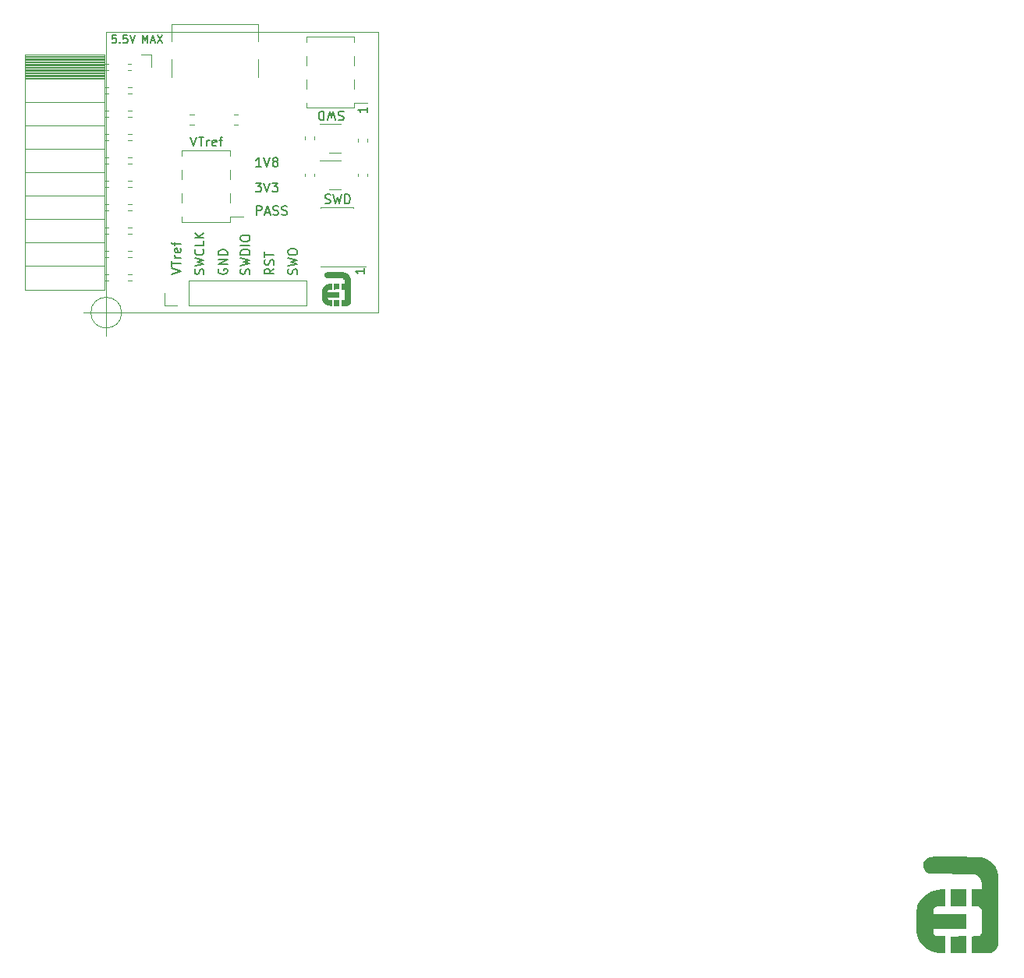
<source format=gbr>
G04 #@! TF.GenerationSoftware,KiCad,Pcbnew,(6.99.0-1917-g23fb4c7433)*
G04 #@! TF.CreationDate,2022-06-21T14:10:18+10:00*
G04 #@! TF.ProjectId,JtagArm20Adapter,4a746167-4172-46d3-9230-416461707465,rev?*
G04 #@! TF.SameCoordinates,PX8404630PY68290a0*
G04 #@! TF.FileFunction,Legend,Top*
G04 #@! TF.FilePolarity,Positive*
%FSLAX46Y46*%
G04 Gerber Fmt 4.6, Leading zero omitted, Abs format (unit mm)*
G04 Created by KiCad (PCBNEW (6.99.0-1917-g23fb4c7433)) date 2022-06-21 14:10:18*
%MOMM*%
%LPD*%
G01*
G04 APERTURE LIST*
%ADD10C,0.160000*%
%ADD11C,0.150000*%
%ADD12C,0.300000*%
%ADD13C,0.120000*%
G04 #@! TA.AperFunction,Profile*
%ADD14C,0.050000*%
G04 #@! TD*
G04 APERTURE END LIST*
D10*
X9165238Y19102620D02*
X9498571Y18102620D01*
X9498571Y18102620D02*
X9831904Y19102620D01*
X10022381Y19102620D02*
X10593809Y19102620D01*
X10308095Y18102620D02*
X10308095Y19102620D01*
X10927143Y18102620D02*
X10927143Y18769286D01*
X10927143Y18578810D02*
X10974762Y18674048D01*
X10974762Y18674048D02*
X11022381Y18721667D01*
X11022381Y18721667D02*
X11117619Y18769286D01*
X11117619Y18769286D02*
X11212857Y18769286D01*
X11927143Y18150239D02*
X11831905Y18102620D01*
X11831905Y18102620D02*
X11641429Y18102620D01*
X11641429Y18102620D02*
X11546191Y18150239D01*
X11546191Y18150239D02*
X11498572Y18245477D01*
X11498572Y18245477D02*
X11498572Y18626429D01*
X11498572Y18626429D02*
X11546191Y18721667D01*
X11546191Y18721667D02*
X11641429Y18769286D01*
X11641429Y18769286D02*
X11831905Y18769286D01*
X11831905Y18769286D02*
X11927143Y18721667D01*
X11927143Y18721667D02*
X11974762Y18626429D01*
X11974762Y18626429D02*
X11974762Y18531191D01*
X11974762Y18531191D02*
X11498572Y18435953D01*
X12260477Y18769286D02*
X12641429Y18769286D01*
X12403334Y18102620D02*
X12403334Y18959762D01*
X12403334Y18959762D02*
X12450953Y19055000D01*
X12450953Y19055000D02*
X12546191Y19102620D01*
X12546191Y19102620D02*
X12641429Y19102620D01*
X1077142Y30157726D02*
X672380Y30157726D01*
X672380Y30157726D02*
X631904Y29752964D01*
X631904Y29752964D02*
X672380Y29793440D01*
X672380Y29793440D02*
X753333Y29833916D01*
X753333Y29833916D02*
X955714Y29833916D01*
X955714Y29833916D02*
X1036666Y29793440D01*
X1036666Y29793440D02*
X1077142Y29752964D01*
X1077142Y29752964D02*
X1117619Y29672011D01*
X1117619Y29672011D02*
X1117619Y29469630D01*
X1117619Y29469630D02*
X1077142Y29388678D01*
X1077142Y29388678D02*
X1036666Y29348202D01*
X1036666Y29348202D02*
X955714Y29307726D01*
X955714Y29307726D02*
X753333Y29307726D01*
X753333Y29307726D02*
X672380Y29348202D01*
X672380Y29348202D02*
X631904Y29388678D01*
X1481904Y29388678D02*
X1522381Y29348202D01*
X1522381Y29348202D02*
X1481904Y29307726D01*
X1481904Y29307726D02*
X1441428Y29348202D01*
X1441428Y29348202D02*
X1481904Y29388678D01*
X1481904Y29388678D02*
X1481904Y29307726D01*
X2291428Y30157726D02*
X1886666Y30157726D01*
X1886666Y30157726D02*
X1846190Y29752964D01*
X1846190Y29752964D02*
X1886666Y29793440D01*
X1886666Y29793440D02*
X1967619Y29833916D01*
X1967619Y29833916D02*
X2170000Y29833916D01*
X2170000Y29833916D02*
X2250952Y29793440D01*
X2250952Y29793440D02*
X2291428Y29752964D01*
X2291428Y29752964D02*
X2331905Y29672011D01*
X2331905Y29672011D02*
X2331905Y29469630D01*
X2331905Y29469630D02*
X2291428Y29388678D01*
X2291428Y29388678D02*
X2250952Y29348202D01*
X2250952Y29348202D02*
X2170000Y29307726D01*
X2170000Y29307726D02*
X1967619Y29307726D01*
X1967619Y29307726D02*
X1886666Y29348202D01*
X1886666Y29348202D02*
X1846190Y29388678D01*
X2574762Y30157726D02*
X2858095Y29307726D01*
X2858095Y29307726D02*
X3141429Y30157726D01*
X3934761Y29307726D02*
X3934761Y30157726D01*
X3934761Y30157726D02*
X4218095Y29550583D01*
X4218095Y29550583D02*
X4501428Y30157726D01*
X4501428Y30157726D02*
X4501428Y29307726D01*
X4865714Y29550583D02*
X5270476Y29550583D01*
X4784762Y29307726D02*
X5068095Y30157726D01*
X5068095Y30157726D02*
X5351429Y29307726D01*
X5553809Y30157726D02*
X6120476Y29307726D01*
X6120476Y30157726D02*
X5553809Y29307726D01*
D11*
X28337380Y22305715D02*
X28337380Y21734287D01*
X28337380Y22020001D02*
X27337380Y22020001D01*
X27337380Y22020001D02*
X27480238Y21924763D01*
X27480238Y21924763D02*
X27575476Y21829525D01*
X27575476Y21829525D02*
X27623095Y21734287D01*
D10*
X23760476Y11900239D02*
X23903333Y11852620D01*
X23903333Y11852620D02*
X24141428Y11852620D01*
X24141428Y11852620D02*
X24236666Y11900239D01*
X24236666Y11900239D02*
X24284285Y11947858D01*
X24284285Y11947858D02*
X24331904Y12043096D01*
X24331904Y12043096D02*
X24331904Y12138334D01*
X24331904Y12138334D02*
X24284285Y12233572D01*
X24284285Y12233572D02*
X24236666Y12281191D01*
X24236666Y12281191D02*
X24141428Y12328810D01*
X24141428Y12328810D02*
X23950952Y12376429D01*
X23950952Y12376429D02*
X23855714Y12424048D01*
X23855714Y12424048D02*
X23808095Y12471667D01*
X23808095Y12471667D02*
X23760476Y12566905D01*
X23760476Y12566905D02*
X23760476Y12662143D01*
X23760476Y12662143D02*
X23808095Y12757381D01*
X23808095Y12757381D02*
X23855714Y12805000D01*
X23855714Y12805000D02*
X23950952Y12852620D01*
X23950952Y12852620D02*
X24189047Y12852620D01*
X24189047Y12852620D02*
X24331904Y12805000D01*
X24665238Y12852620D02*
X24903333Y11852620D01*
X24903333Y11852620D02*
X25093809Y12566905D01*
X25093809Y12566905D02*
X25284285Y11852620D01*
X25284285Y11852620D02*
X25522381Y12852620D01*
X25903333Y11852620D02*
X25903333Y12852620D01*
X25903333Y12852620D02*
X26141428Y12852620D01*
X26141428Y12852620D02*
X26284285Y12805000D01*
X26284285Y12805000D02*
X26379523Y12709762D01*
X26379523Y12709762D02*
X26427142Y12614524D01*
X26427142Y12614524D02*
X26474761Y12424048D01*
X26474761Y12424048D02*
X26474761Y12281191D01*
X26474761Y12281191D02*
X26427142Y12090715D01*
X26427142Y12090715D02*
X26379523Y11995477D01*
X26379523Y11995477D02*
X26284285Y11900239D01*
X26284285Y11900239D02*
X26141428Y11852620D01*
X26141428Y11852620D02*
X25903333Y11852620D01*
X16831904Y15852620D02*
X16260476Y15852620D01*
X16546190Y15852620D02*
X16546190Y16852620D01*
X16546190Y16852620D02*
X16450952Y16709762D01*
X16450952Y16709762D02*
X16355714Y16614524D01*
X16355714Y16614524D02*
X16260476Y16566905D01*
X17117619Y16852620D02*
X17450952Y15852620D01*
X17450952Y15852620D02*
X17784285Y16852620D01*
X18260476Y16424048D02*
X18165238Y16471667D01*
X18165238Y16471667D02*
X18117619Y16519286D01*
X18117619Y16519286D02*
X18070000Y16614524D01*
X18070000Y16614524D02*
X18070000Y16662143D01*
X18070000Y16662143D02*
X18117619Y16757381D01*
X18117619Y16757381D02*
X18165238Y16805000D01*
X18165238Y16805000D02*
X18260476Y16852620D01*
X18260476Y16852620D02*
X18450952Y16852620D01*
X18450952Y16852620D02*
X18546190Y16805000D01*
X18546190Y16805000D02*
X18593809Y16757381D01*
X18593809Y16757381D02*
X18641428Y16662143D01*
X18641428Y16662143D02*
X18641428Y16614524D01*
X18641428Y16614524D02*
X18593809Y16519286D01*
X18593809Y16519286D02*
X18546190Y16471667D01*
X18546190Y16471667D02*
X18450952Y16424048D01*
X18450952Y16424048D02*
X18260476Y16424048D01*
X18260476Y16424048D02*
X18165238Y16376429D01*
X18165238Y16376429D02*
X18117619Y16328810D01*
X18117619Y16328810D02*
X18070000Y16233572D01*
X18070000Y16233572D02*
X18070000Y16043096D01*
X18070000Y16043096D02*
X18117619Y15947858D01*
X18117619Y15947858D02*
X18165238Y15900239D01*
X18165238Y15900239D02*
X18260476Y15852620D01*
X18260476Y15852620D02*
X18450952Y15852620D01*
X18450952Y15852620D02*
X18546190Y15900239D01*
X18546190Y15900239D02*
X18593809Y15947858D01*
X18593809Y15947858D02*
X18641428Y16043096D01*
X18641428Y16043096D02*
X18641428Y16233572D01*
X18641428Y16233572D02*
X18593809Y16328810D01*
X18593809Y16328810D02*
X18546190Y16376429D01*
X18546190Y16376429D02*
X18450952Y16424048D01*
X15539761Y4180477D02*
X15587380Y4323334D01*
X15587380Y4323334D02*
X15587380Y4561429D01*
X15587380Y4561429D02*
X15539761Y4656667D01*
X15539761Y4656667D02*
X15492142Y4704286D01*
X15492142Y4704286D02*
X15396904Y4751905D01*
X15396904Y4751905D02*
X15301666Y4751905D01*
X15301666Y4751905D02*
X15206428Y4704286D01*
X15206428Y4704286D02*
X15158809Y4656667D01*
X15158809Y4656667D02*
X15111190Y4561429D01*
X15111190Y4561429D02*
X15063571Y4370953D01*
X15063571Y4370953D02*
X15015952Y4275715D01*
X15015952Y4275715D02*
X14968333Y4228096D01*
X14968333Y4228096D02*
X14873095Y4180477D01*
X14873095Y4180477D02*
X14777857Y4180477D01*
X14777857Y4180477D02*
X14682619Y4228096D01*
X14682619Y4228096D02*
X14635000Y4275715D01*
X14635000Y4275715D02*
X14587380Y4370953D01*
X14587380Y4370953D02*
X14587380Y4609048D01*
X14587380Y4609048D02*
X14635000Y4751905D01*
X14587380Y5085239D02*
X15587380Y5323334D01*
X15587380Y5323334D02*
X14873095Y5513810D01*
X14873095Y5513810D02*
X15587380Y5704286D01*
X15587380Y5704286D02*
X14587380Y5942381D01*
X15587380Y6323334D02*
X14587380Y6323334D01*
X14587380Y6323334D02*
X14587380Y6561429D01*
X14587380Y6561429D02*
X14635000Y6704286D01*
X14635000Y6704286D02*
X14730238Y6799524D01*
X14730238Y6799524D02*
X14825476Y6847143D01*
X14825476Y6847143D02*
X15015952Y6894762D01*
X15015952Y6894762D02*
X15158809Y6894762D01*
X15158809Y6894762D02*
X15349285Y6847143D01*
X15349285Y6847143D02*
X15444523Y6799524D01*
X15444523Y6799524D02*
X15539761Y6704286D01*
X15539761Y6704286D02*
X15587380Y6561429D01*
X15587380Y6561429D02*
X15587380Y6323334D01*
X15587380Y7323334D02*
X14587380Y7323334D01*
X14587380Y7990000D02*
X14587380Y8180476D01*
X14587380Y8180476D02*
X14635000Y8275714D01*
X14635000Y8275714D02*
X14730238Y8370952D01*
X14730238Y8370952D02*
X14920714Y8418571D01*
X14920714Y8418571D02*
X15254047Y8418571D01*
X15254047Y8418571D02*
X15444523Y8370952D01*
X15444523Y8370952D02*
X15539761Y8275714D01*
X15539761Y8275714D02*
X15587380Y8180476D01*
X15587380Y8180476D02*
X15587380Y7990000D01*
X15587380Y7990000D02*
X15539761Y7894762D01*
X15539761Y7894762D02*
X15444523Y7799524D01*
X15444523Y7799524D02*
X15254047Y7751905D01*
X15254047Y7751905D02*
X14920714Y7751905D01*
X14920714Y7751905D02*
X14730238Y7799524D01*
X14730238Y7799524D02*
X14635000Y7894762D01*
X14635000Y7894762D02*
X14587380Y7990000D01*
X10549761Y4160477D02*
X10597380Y4303334D01*
X10597380Y4303334D02*
X10597380Y4541429D01*
X10597380Y4541429D02*
X10549761Y4636667D01*
X10549761Y4636667D02*
X10502142Y4684286D01*
X10502142Y4684286D02*
X10406904Y4731905D01*
X10406904Y4731905D02*
X10311666Y4731905D01*
X10311666Y4731905D02*
X10216428Y4684286D01*
X10216428Y4684286D02*
X10168809Y4636667D01*
X10168809Y4636667D02*
X10121190Y4541429D01*
X10121190Y4541429D02*
X10073571Y4350953D01*
X10073571Y4350953D02*
X10025952Y4255715D01*
X10025952Y4255715D02*
X9978333Y4208096D01*
X9978333Y4208096D02*
X9883095Y4160477D01*
X9883095Y4160477D02*
X9787857Y4160477D01*
X9787857Y4160477D02*
X9692619Y4208096D01*
X9692619Y4208096D02*
X9645000Y4255715D01*
X9645000Y4255715D02*
X9597380Y4350953D01*
X9597380Y4350953D02*
X9597380Y4589048D01*
X9597380Y4589048D02*
X9645000Y4731905D01*
X9597380Y5065239D02*
X10597380Y5303334D01*
X10597380Y5303334D02*
X9883095Y5493810D01*
X9883095Y5493810D02*
X10597380Y5684286D01*
X10597380Y5684286D02*
X9597380Y5922381D01*
X10502142Y6874762D02*
X10549761Y6827143D01*
X10549761Y6827143D02*
X10597380Y6684286D01*
X10597380Y6684286D02*
X10597380Y6589048D01*
X10597380Y6589048D02*
X10549761Y6446191D01*
X10549761Y6446191D02*
X10454523Y6350953D01*
X10454523Y6350953D02*
X10359285Y6303334D01*
X10359285Y6303334D02*
X10168809Y6255715D01*
X10168809Y6255715D02*
X10025952Y6255715D01*
X10025952Y6255715D02*
X9835476Y6303334D01*
X9835476Y6303334D02*
X9740238Y6350953D01*
X9740238Y6350953D02*
X9645000Y6446191D01*
X9645000Y6446191D02*
X9597380Y6589048D01*
X9597380Y6589048D02*
X9597380Y6684286D01*
X9597380Y6684286D02*
X9645000Y6827143D01*
X9645000Y6827143D02*
X9692619Y6874762D01*
X10597380Y7779524D02*
X10597380Y7303334D01*
X10597380Y7303334D02*
X9597380Y7303334D01*
X10597380Y8112858D02*
X9597380Y8112858D01*
X10597380Y8684286D02*
X10025952Y8255715D01*
X9597380Y8684286D02*
X10168809Y8112858D01*
X16308095Y10602620D02*
X16308095Y11602620D01*
X16308095Y11602620D02*
X16689047Y11602620D01*
X16689047Y11602620D02*
X16784285Y11555000D01*
X16784285Y11555000D02*
X16831904Y11507381D01*
X16831904Y11507381D02*
X16879523Y11412143D01*
X16879523Y11412143D02*
X16879523Y11269286D01*
X16879523Y11269286D02*
X16831904Y11174048D01*
X16831904Y11174048D02*
X16784285Y11126429D01*
X16784285Y11126429D02*
X16689047Y11078810D01*
X16689047Y11078810D02*
X16308095Y11078810D01*
X17260476Y10888334D02*
X17736666Y10888334D01*
X17165238Y10602620D02*
X17498571Y11602620D01*
X17498571Y11602620D02*
X17831904Y10602620D01*
X18117619Y10650239D02*
X18260476Y10602620D01*
X18260476Y10602620D02*
X18498571Y10602620D01*
X18498571Y10602620D02*
X18593809Y10650239D01*
X18593809Y10650239D02*
X18641428Y10697858D01*
X18641428Y10697858D02*
X18689047Y10793096D01*
X18689047Y10793096D02*
X18689047Y10888334D01*
X18689047Y10888334D02*
X18641428Y10983572D01*
X18641428Y10983572D02*
X18593809Y11031191D01*
X18593809Y11031191D02*
X18498571Y11078810D01*
X18498571Y11078810D02*
X18308095Y11126429D01*
X18308095Y11126429D02*
X18212857Y11174048D01*
X18212857Y11174048D02*
X18165238Y11221667D01*
X18165238Y11221667D02*
X18117619Y11316905D01*
X18117619Y11316905D02*
X18117619Y11412143D01*
X18117619Y11412143D02*
X18165238Y11507381D01*
X18165238Y11507381D02*
X18212857Y11555000D01*
X18212857Y11555000D02*
X18308095Y11602620D01*
X18308095Y11602620D02*
X18546190Y11602620D01*
X18546190Y11602620D02*
X18689047Y11555000D01*
X19070000Y10650239D02*
X19212857Y10602620D01*
X19212857Y10602620D02*
X19450952Y10602620D01*
X19450952Y10602620D02*
X19546190Y10650239D01*
X19546190Y10650239D02*
X19593809Y10697858D01*
X19593809Y10697858D02*
X19641428Y10793096D01*
X19641428Y10793096D02*
X19641428Y10888334D01*
X19641428Y10888334D02*
X19593809Y10983572D01*
X19593809Y10983572D02*
X19546190Y11031191D01*
X19546190Y11031191D02*
X19450952Y11078810D01*
X19450952Y11078810D02*
X19260476Y11126429D01*
X19260476Y11126429D02*
X19165238Y11174048D01*
X19165238Y11174048D02*
X19117619Y11221667D01*
X19117619Y11221667D02*
X19070000Y11316905D01*
X19070000Y11316905D02*
X19070000Y11412143D01*
X19070000Y11412143D02*
X19117619Y11507381D01*
X19117619Y11507381D02*
X19165238Y11555000D01*
X19165238Y11555000D02*
X19260476Y11602620D01*
X19260476Y11602620D02*
X19498571Y11602620D01*
X19498571Y11602620D02*
X19641428Y11555000D01*
X25779523Y21839762D02*
X25636666Y21887381D01*
X25636666Y21887381D02*
X25398571Y21887381D01*
X25398571Y21887381D02*
X25303333Y21839762D01*
X25303333Y21839762D02*
X25255714Y21792143D01*
X25255714Y21792143D02*
X25208095Y21696905D01*
X25208095Y21696905D02*
X25208095Y21601667D01*
X25208095Y21601667D02*
X25255714Y21506429D01*
X25255714Y21506429D02*
X25303333Y21458810D01*
X25303333Y21458810D02*
X25398571Y21411191D01*
X25398571Y21411191D02*
X25589047Y21363572D01*
X25589047Y21363572D02*
X25684285Y21315953D01*
X25684285Y21315953D02*
X25731904Y21268334D01*
X25731904Y21268334D02*
X25779523Y21173096D01*
X25779523Y21173096D02*
X25779523Y21077858D01*
X25779523Y21077858D02*
X25731904Y20982620D01*
X25731904Y20982620D02*
X25684285Y20935000D01*
X25684285Y20935000D02*
X25589047Y20887381D01*
X25589047Y20887381D02*
X25350952Y20887381D01*
X25350952Y20887381D02*
X25208095Y20935000D01*
X24874761Y20887381D02*
X24636666Y21887381D01*
X24636666Y21887381D02*
X24446190Y21173096D01*
X24446190Y21173096D02*
X24255714Y21887381D01*
X24255714Y21887381D02*
X24017619Y20887381D01*
X23636666Y21887381D02*
X23636666Y20887381D01*
X23636666Y20887381D02*
X23398571Y20887381D01*
X23398571Y20887381D02*
X23255714Y20935000D01*
X23255714Y20935000D02*
X23160476Y21030239D01*
X23160476Y21030239D02*
X23112857Y21125477D01*
X23112857Y21125477D02*
X23065238Y21315953D01*
X23065238Y21315953D02*
X23065238Y21458810D01*
X23065238Y21458810D02*
X23112857Y21649286D01*
X23112857Y21649286D02*
X23160476Y21744524D01*
X23160476Y21744524D02*
X23255714Y21839762D01*
X23255714Y21839762D02*
X23398571Y21887381D01*
X23398571Y21887381D02*
X23636666Y21887381D01*
D11*
X28037380Y4805715D02*
X28037380Y4234287D01*
X28037380Y4520001D02*
X27037380Y4520001D01*
X27037380Y4520001D02*
X27180238Y4424763D01*
X27180238Y4424763D02*
X27275476Y4329525D01*
X27275476Y4329525D02*
X27323095Y4234287D01*
D10*
X20689761Y4160477D02*
X20737380Y4303334D01*
X20737380Y4303334D02*
X20737380Y4541429D01*
X20737380Y4541429D02*
X20689761Y4636667D01*
X20689761Y4636667D02*
X20642142Y4684286D01*
X20642142Y4684286D02*
X20546904Y4731905D01*
X20546904Y4731905D02*
X20451666Y4731905D01*
X20451666Y4731905D02*
X20356428Y4684286D01*
X20356428Y4684286D02*
X20308809Y4636667D01*
X20308809Y4636667D02*
X20261190Y4541429D01*
X20261190Y4541429D02*
X20213571Y4350953D01*
X20213571Y4350953D02*
X20165952Y4255715D01*
X20165952Y4255715D02*
X20118333Y4208096D01*
X20118333Y4208096D02*
X20023095Y4160477D01*
X20023095Y4160477D02*
X19927857Y4160477D01*
X19927857Y4160477D02*
X19832619Y4208096D01*
X19832619Y4208096D02*
X19785000Y4255715D01*
X19785000Y4255715D02*
X19737380Y4350953D01*
X19737380Y4350953D02*
X19737380Y4589048D01*
X19737380Y4589048D02*
X19785000Y4731905D01*
X19737380Y5065239D02*
X20737380Y5303334D01*
X20737380Y5303334D02*
X20023095Y5493810D01*
X20023095Y5493810D02*
X20737380Y5684286D01*
X20737380Y5684286D02*
X19737380Y5922381D01*
X19737380Y6493810D02*
X19737380Y6684286D01*
X19737380Y6684286D02*
X19785000Y6779524D01*
X19785000Y6779524D02*
X19880238Y6874762D01*
X19880238Y6874762D02*
X20070714Y6922381D01*
X20070714Y6922381D02*
X20404047Y6922381D01*
X20404047Y6922381D02*
X20594523Y6874762D01*
X20594523Y6874762D02*
X20689761Y6779524D01*
X20689761Y6779524D02*
X20737380Y6684286D01*
X20737380Y6684286D02*
X20737380Y6493810D01*
X20737380Y6493810D02*
X20689761Y6398572D01*
X20689761Y6398572D02*
X20594523Y6303334D01*
X20594523Y6303334D02*
X20404047Y6255715D01*
X20404047Y6255715D02*
X20070714Y6255715D01*
X20070714Y6255715D02*
X19880238Y6303334D01*
X19880238Y6303334D02*
X19785000Y6398572D01*
X19785000Y6398572D02*
X19737380Y6493810D01*
X16212857Y14102620D02*
X16831904Y14102620D01*
X16831904Y14102620D02*
X16498571Y13721667D01*
X16498571Y13721667D02*
X16641428Y13721667D01*
X16641428Y13721667D02*
X16736666Y13674048D01*
X16736666Y13674048D02*
X16784285Y13626429D01*
X16784285Y13626429D02*
X16831904Y13531191D01*
X16831904Y13531191D02*
X16831904Y13293096D01*
X16831904Y13293096D02*
X16784285Y13197858D01*
X16784285Y13197858D02*
X16736666Y13150239D01*
X16736666Y13150239D02*
X16641428Y13102620D01*
X16641428Y13102620D02*
X16355714Y13102620D01*
X16355714Y13102620D02*
X16260476Y13150239D01*
X16260476Y13150239D02*
X16212857Y13197858D01*
X17117619Y14102620D02*
X17450952Y13102620D01*
X17450952Y13102620D02*
X17784285Y14102620D01*
X18022381Y14102620D02*
X18641428Y14102620D01*
X18641428Y14102620D02*
X18308095Y13721667D01*
X18308095Y13721667D02*
X18450952Y13721667D01*
X18450952Y13721667D02*
X18546190Y13674048D01*
X18546190Y13674048D02*
X18593809Y13626429D01*
X18593809Y13626429D02*
X18641428Y13531191D01*
X18641428Y13531191D02*
X18641428Y13293096D01*
X18641428Y13293096D02*
X18593809Y13197858D01*
X18593809Y13197858D02*
X18546190Y13150239D01*
X18546190Y13150239D02*
X18450952Y13102620D01*
X18450952Y13102620D02*
X18165238Y13102620D01*
X18165238Y13102620D02*
X18070000Y13150239D01*
X18070000Y13150239D02*
X18022381Y13197858D01*
X12215000Y4751905D02*
X12167380Y4656667D01*
X12167380Y4656667D02*
X12167380Y4513810D01*
X12167380Y4513810D02*
X12215000Y4370953D01*
X12215000Y4370953D02*
X12310238Y4275715D01*
X12310238Y4275715D02*
X12405476Y4228096D01*
X12405476Y4228096D02*
X12595952Y4180477D01*
X12595952Y4180477D02*
X12738809Y4180477D01*
X12738809Y4180477D02*
X12929285Y4228096D01*
X12929285Y4228096D02*
X13024523Y4275715D01*
X13024523Y4275715D02*
X13119761Y4370953D01*
X13119761Y4370953D02*
X13167380Y4513810D01*
X13167380Y4513810D02*
X13167380Y4609048D01*
X13167380Y4609048D02*
X13119761Y4751905D01*
X13119761Y4751905D02*
X13072142Y4799524D01*
X13072142Y4799524D02*
X12738809Y4799524D01*
X12738809Y4799524D02*
X12738809Y4609048D01*
X13167380Y5228096D02*
X12167380Y5228096D01*
X12167380Y5228096D02*
X13167380Y5799524D01*
X13167380Y5799524D02*
X12167380Y5799524D01*
X13167380Y6275715D02*
X12167380Y6275715D01*
X12167380Y6275715D02*
X12167380Y6513810D01*
X12167380Y6513810D02*
X12215000Y6656667D01*
X12215000Y6656667D02*
X12310238Y6751905D01*
X12310238Y6751905D02*
X12405476Y6799524D01*
X12405476Y6799524D02*
X12595952Y6847143D01*
X12595952Y6847143D02*
X12738809Y6847143D01*
X12738809Y6847143D02*
X12929285Y6799524D01*
X12929285Y6799524D02*
X13024523Y6751905D01*
X13024523Y6751905D02*
X13119761Y6656667D01*
X13119761Y6656667D02*
X13167380Y6513810D01*
X13167380Y6513810D02*
X13167380Y6275715D01*
X18207380Y4779524D02*
X17731190Y4446191D01*
X18207380Y4208096D02*
X17207380Y4208096D01*
X17207380Y4208096D02*
X17207380Y4589048D01*
X17207380Y4589048D02*
X17255000Y4684286D01*
X17255000Y4684286D02*
X17302619Y4731905D01*
X17302619Y4731905D02*
X17397857Y4779524D01*
X17397857Y4779524D02*
X17540714Y4779524D01*
X17540714Y4779524D02*
X17635952Y4731905D01*
X17635952Y4731905D02*
X17683571Y4684286D01*
X17683571Y4684286D02*
X17731190Y4589048D01*
X17731190Y4589048D02*
X17731190Y4208096D01*
X18159761Y5160477D02*
X18207380Y5303334D01*
X18207380Y5303334D02*
X18207380Y5541429D01*
X18207380Y5541429D02*
X18159761Y5636667D01*
X18159761Y5636667D02*
X18112142Y5684286D01*
X18112142Y5684286D02*
X18016904Y5731905D01*
X18016904Y5731905D02*
X17921666Y5731905D01*
X17921666Y5731905D02*
X17826428Y5684286D01*
X17826428Y5684286D02*
X17778809Y5636667D01*
X17778809Y5636667D02*
X17731190Y5541429D01*
X17731190Y5541429D02*
X17683571Y5350953D01*
X17683571Y5350953D02*
X17635952Y5255715D01*
X17635952Y5255715D02*
X17588333Y5208096D01*
X17588333Y5208096D02*
X17493095Y5160477D01*
X17493095Y5160477D02*
X17397857Y5160477D01*
X17397857Y5160477D02*
X17302619Y5208096D01*
X17302619Y5208096D02*
X17255000Y5255715D01*
X17255000Y5255715D02*
X17207380Y5350953D01*
X17207380Y5350953D02*
X17207380Y5589048D01*
X17207380Y5589048D02*
X17255000Y5731905D01*
X17207380Y6017620D02*
X17207380Y6589048D01*
X18207380Y6303334D02*
X17207380Y6303334D01*
X7117380Y4195239D02*
X8117380Y4528572D01*
X8117380Y4528572D02*
X7117380Y4861905D01*
X7117380Y5052382D02*
X7117380Y5623810D01*
X8117380Y5338096D02*
X7117380Y5338096D01*
X8117380Y5957144D02*
X7450714Y5957144D01*
X7641190Y5957144D02*
X7545952Y6004763D01*
X7545952Y6004763D02*
X7498333Y6052382D01*
X7498333Y6052382D02*
X7450714Y6147620D01*
X7450714Y6147620D02*
X7450714Y6242858D01*
X8069761Y6957144D02*
X8117380Y6861906D01*
X8117380Y6861906D02*
X8117380Y6671430D01*
X8117380Y6671430D02*
X8069761Y6576192D01*
X8069761Y6576192D02*
X7974523Y6528573D01*
X7974523Y6528573D02*
X7593571Y6528573D01*
X7593571Y6528573D02*
X7498333Y6576192D01*
X7498333Y6576192D02*
X7450714Y6671430D01*
X7450714Y6671430D02*
X7450714Y6861906D01*
X7450714Y6861906D02*
X7498333Y6957144D01*
X7498333Y6957144D02*
X7593571Y7004763D01*
X7593571Y7004763D02*
X7688809Y7004763D01*
X7688809Y7004763D02*
X7784047Y6528573D01*
X7450714Y7290478D02*
X7450714Y7671430D01*
X8117380Y7433335D02*
X7260238Y7433335D01*
X7260238Y7433335D02*
X7165000Y7480954D01*
X7165000Y7480954D02*
X7117380Y7576192D01*
X7117380Y7576192D02*
X7117380Y7671430D01*
D12*
G36*
X91054720Y-64501562D02*
G01*
X90648956Y-64501562D01*
X90470128Y-64503152D01*
X90328141Y-64508677D01*
X90216804Y-64519269D01*
X90129925Y-64536064D01*
X90061312Y-64560194D01*
X90004775Y-64592791D01*
X89962432Y-64627229D01*
X89889865Y-64706280D01*
X89839347Y-64794621D01*
X89807288Y-64901908D01*
X89790097Y-65037796D01*
X89786681Y-65099782D01*
X89777682Y-65320667D01*
X91564376Y-65326183D01*
X93351070Y-65331698D01*
X93351070Y-66927284D01*
X91572208Y-66938065D01*
X89793345Y-66948846D01*
X89793688Y-67164466D01*
X89794986Y-67267407D01*
X89800066Y-67339922D01*
X89811284Y-67394684D01*
X89831001Y-67444366D01*
X89853880Y-67487895D01*
X89941852Y-67605005D01*
X90055650Y-67688502D01*
X90191660Y-67735744D01*
X90193597Y-67736115D01*
X90253120Y-67743265D01*
X90345776Y-67749394D01*
X90461577Y-67754064D01*
X90590537Y-67756839D01*
X90680329Y-67757420D01*
X91054720Y-67757420D01*
X91054720Y-68672531D01*
X91054352Y-68866798D01*
X91053298Y-69047318D01*
X91051638Y-69209616D01*
X91049451Y-69349215D01*
X91046814Y-69461639D01*
X91043806Y-69542411D01*
X91040506Y-69587057D01*
X91038549Y-69594614D01*
X91012582Y-69596167D01*
X90951064Y-69596016D01*
X90861528Y-69594292D01*
X90751507Y-69591127D01*
X90666605Y-69588134D01*
X90321411Y-69561041D01*
X90005311Y-69505599D01*
X89713068Y-69419556D01*
X89439445Y-69300658D01*
X89179205Y-69146654D01*
X88927111Y-68955291D01*
X88692737Y-68739178D01*
X88542543Y-68581970D01*
X88421191Y-68437346D01*
X88321029Y-68294915D01*
X88234407Y-68144284D01*
X88192184Y-68059287D01*
X88141777Y-67948514D01*
X88101490Y-67847103D01*
X88067793Y-67743554D01*
X88037159Y-67626369D01*
X88006058Y-67484048D01*
X87988198Y-67394591D01*
X87977044Y-67335958D01*
X87967715Y-67281178D01*
X87960049Y-67225853D01*
X87953883Y-67165584D01*
X87949053Y-67095972D01*
X87945398Y-67012620D01*
X87942755Y-66911129D01*
X87940961Y-66787099D01*
X87939852Y-66636134D01*
X87939268Y-66453833D01*
X87939045Y-66235800D01*
X87939016Y-66064805D01*
X87939016Y-64986707D01*
X88000429Y-64719257D01*
X88072381Y-64455651D01*
X88162393Y-64222098D01*
X88276233Y-64007317D01*
X88419671Y-63800024D01*
X88552021Y-63640557D01*
X88788215Y-63399386D01*
X89039760Y-63194084D01*
X89309371Y-63023444D01*
X89599764Y-62886256D01*
X89913653Y-62781314D01*
X90253754Y-62707407D01*
X90622781Y-62663328D01*
X90767941Y-62654301D01*
X91054720Y-62640547D01*
X91054720Y-64501562D01*
G37*
G36*
X93356692Y-68678943D02*
G01*
X93351070Y-69600968D01*
X92529625Y-69607154D01*
X92310593Y-69608520D01*
X92131148Y-69608943D01*
X91987764Y-69608332D01*
X91876913Y-69606598D01*
X91795067Y-69603650D01*
X91738699Y-69599398D01*
X91704281Y-69593752D01*
X91688286Y-69586620D01*
X91687385Y-69585592D01*
X91682246Y-69557241D01*
X91677789Y-69488740D01*
X91674078Y-69383058D01*
X91671174Y-69243162D01*
X91669141Y-69072022D01*
X91668042Y-68872606D01*
X91667914Y-68663022D01*
X91669236Y-67768201D01*
X93362314Y-67756919D01*
X93356692Y-68678943D01*
G37*
G36*
X91112367Y-59113572D02*
G01*
X91429942Y-59114293D01*
X91785700Y-59115325D01*
X92182035Y-59116600D01*
X92209128Y-59116690D01*
X94774160Y-59125153D01*
X95022123Y-59180045D01*
X95284321Y-59250085D01*
X95516932Y-59339417D01*
X95731143Y-59453297D01*
X95938141Y-59596977D01*
X95979607Y-59629708D01*
X96204419Y-59832357D01*
X96400458Y-60053952D01*
X96563809Y-60289094D01*
X96690558Y-60532386D01*
X96752608Y-60695875D01*
X96780737Y-60785602D01*
X96801471Y-60860410D01*
X96817536Y-60933404D01*
X96831658Y-61017689D01*
X96846564Y-61126371D01*
X96853534Y-61181019D01*
X96856011Y-61222186D01*
X96858412Y-61304626D01*
X96860724Y-61426487D01*
X96862937Y-61585918D01*
X96865038Y-61781066D01*
X96867017Y-62010081D01*
X96868862Y-62271111D01*
X96870560Y-62562304D01*
X96872102Y-62881810D01*
X96873474Y-63227776D01*
X96874667Y-63598352D01*
X96875667Y-63991685D01*
X96876463Y-64405925D01*
X96877045Y-64839219D01*
X96877179Y-64975926D01*
X96877588Y-65439529D01*
X96877935Y-65862000D01*
X96878197Y-66245333D01*
X96878353Y-66591519D01*
X96878380Y-66902551D01*
X96878258Y-67180422D01*
X96877963Y-67427124D01*
X96877475Y-67644649D01*
X96876772Y-67834991D01*
X96875831Y-68000141D01*
X96874631Y-68142092D01*
X96873150Y-68262836D01*
X96871367Y-68364367D01*
X96869259Y-68448676D01*
X96866805Y-68517756D01*
X96863983Y-68573600D01*
X96860771Y-68618200D01*
X96857147Y-68653548D01*
X96853090Y-68681637D01*
X96848578Y-68704460D01*
X96843588Y-68724009D01*
X96838100Y-68742276D01*
X96835887Y-68749270D01*
X96761372Y-68930618D01*
X96659579Y-69100407D01*
X96539126Y-69244782D01*
X96510628Y-69272079D01*
X96400833Y-69366202D01*
X96299984Y-69435943D01*
X96191188Y-69491449D01*
X96062887Y-69541004D01*
X95895382Y-69599595D01*
X94989780Y-69603335D01*
X94794120Y-69603907D01*
X94610171Y-69603992D01*
X94442783Y-69603622D01*
X94296809Y-69602827D01*
X94177099Y-69601638D01*
X94088505Y-69600085D01*
X94035878Y-69598201D01*
X94024882Y-69597198D01*
X93965586Y-69587323D01*
X93965586Y-67762396D01*
X94326749Y-67752989D01*
X94479362Y-67747877D01*
X94596536Y-67740310D01*
X94685949Y-67728429D01*
X94755283Y-67710378D01*
X94812216Y-67684300D01*
X94864429Y-67648336D01*
X94906081Y-67612891D01*
X94936639Y-67585826D01*
X94962687Y-67561393D01*
X94984600Y-67536093D01*
X95002755Y-67506428D01*
X95017528Y-67468900D01*
X95029296Y-67420009D01*
X95038435Y-67356257D01*
X95045322Y-67274147D01*
X95050333Y-67170180D01*
X95053845Y-67040857D01*
X95056234Y-66882679D01*
X95057876Y-66692149D01*
X95059148Y-66465768D01*
X95060426Y-66200038D01*
X95060537Y-66177449D01*
X95061593Y-65880344D01*
X95061647Y-65619041D01*
X95060713Y-65394659D01*
X95058806Y-65208314D01*
X95055938Y-65061123D01*
X95052124Y-64954205D01*
X95047378Y-64888677D01*
X95044412Y-64870816D01*
X94988331Y-64741286D01*
X94895533Y-64633930D01*
X94818574Y-64577700D01*
X94778856Y-64553887D01*
X94743254Y-64536485D01*
X94703983Y-64524243D01*
X94653253Y-64515909D01*
X94583278Y-64510233D01*
X94486270Y-64505964D01*
X94354441Y-64501850D01*
X94344618Y-64501562D01*
X93976367Y-64490781D01*
X93976367Y-62658014D01*
X94515416Y-62647233D01*
X95054466Y-62636452D01*
X95051862Y-62269898D01*
X95050386Y-62131813D01*
X95047498Y-62027465D01*
X95042136Y-61947472D01*
X95033242Y-61882450D01*
X95019756Y-61823013D01*
X95000618Y-61759779D01*
X94990983Y-61730849D01*
X94905016Y-61539519D01*
X94785045Y-61366339D01*
X94637021Y-61217712D01*
X94466894Y-61100042D01*
X94354853Y-61046220D01*
X94235111Y-60997742D01*
X89491477Y-60976180D01*
X89355018Y-60926865D01*
X89168537Y-60842285D01*
X89016212Y-60733972D01*
X88894219Y-60597988D01*
X88798736Y-60430397D01*
X88749211Y-60303049D01*
X88711422Y-60124767D01*
X88713336Y-59944745D01*
X88752198Y-59768800D01*
X88825255Y-59602752D01*
X88929753Y-59452418D01*
X89062937Y-59323616D01*
X89222055Y-59222165D01*
X89271738Y-59199084D01*
X89303775Y-59185703D01*
X89335713Y-59173707D01*
X89369945Y-59163028D01*
X89408864Y-59153600D01*
X89454862Y-59145356D01*
X89510332Y-59138227D01*
X89577666Y-59132148D01*
X89659258Y-59127051D01*
X89757499Y-59122868D01*
X89874783Y-59119534D01*
X90013502Y-59116980D01*
X90176049Y-59115140D01*
X90364816Y-59113946D01*
X90582197Y-59113332D01*
X90830582Y-59113229D01*
X91112367Y-59113572D01*
G37*
G36*
X92516903Y-62652371D02*
G01*
X93351070Y-62658014D01*
X93351070Y-64490781D01*
X92515544Y-64496425D01*
X91680017Y-64502069D01*
X91678995Y-63881909D01*
X91678292Y-63709665D01*
X91676831Y-63539990D01*
X91674739Y-63381013D01*
X91672143Y-63240858D01*
X91669171Y-63127653D01*
X91665981Y-63050088D01*
X91662162Y-62946179D01*
X91662070Y-62846867D01*
X91665583Y-62767772D01*
X91668362Y-62742578D01*
X91682735Y-62646729D01*
X92516903Y-62652371D01*
G37*
D13*
X28160000Y5050000D02*
X26835000Y5050000D01*
X26835000Y4985000D02*
X26835000Y5050000D01*
X26835000Y4985000D02*
X23305000Y4985000D01*
X26835000Y11390000D02*
X26835000Y11455000D01*
X26835000Y11455000D02*
X23305000Y11455000D01*
X23305000Y4985000D02*
X23305000Y5050000D01*
X23305000Y11390000D02*
X23305000Y11455000D01*
X-8820000Y28000000D02*
X-8820000Y2480000D01*
X-8820000Y28000000D02*
X-190000Y28000000D01*
X-8820000Y27880000D02*
X-190000Y27880000D01*
X-8820000Y27761905D02*
X-190000Y27761905D01*
X-8820000Y27643810D02*
X-190000Y27643810D01*
X-8820000Y27525715D02*
X-190000Y27525715D01*
X-8820000Y27407620D02*
X-190000Y27407620D01*
X-8820000Y27289525D02*
X-190000Y27289525D01*
X-8820000Y27171430D02*
X-190000Y27171430D01*
X-8820000Y27053335D02*
X-190000Y27053335D01*
X-8820000Y26935240D02*
X-190000Y26935240D01*
X-8820000Y26817145D02*
X-190000Y26817145D01*
X-8820000Y26699050D02*
X-190000Y26699050D01*
X-8820000Y26580955D02*
X-190000Y26580955D01*
X-8820000Y26462860D02*
X-190000Y26462860D01*
X-8820000Y26344765D02*
X-190000Y26344765D01*
X-8820000Y26226670D02*
X-190000Y26226670D01*
X-8820000Y26108575D02*
X-190000Y26108575D01*
X-8820000Y25990480D02*
X-190000Y25990480D01*
X-8820000Y25872385D02*
X-190000Y25872385D01*
X-8820000Y25754290D02*
X-190000Y25754290D01*
X-8820000Y25636195D02*
X-190000Y25636195D01*
X-8820000Y25518100D02*
X-190000Y25518100D01*
X-8820000Y25400000D02*
X-190000Y25400000D01*
X-8820000Y22860000D02*
X-190000Y22860000D01*
X-8820000Y20320000D02*
X-190000Y20320000D01*
X-8820000Y17780000D02*
X-190000Y17780000D01*
X-8820000Y15240000D02*
X-190000Y15240000D01*
X-8820000Y12700000D02*
X-190000Y12700000D01*
X-8820000Y10160000D02*
X-190000Y10160000D01*
X-8820000Y7620000D02*
X-190000Y7620000D01*
X-8820000Y5080000D02*
X-190000Y5080000D01*
X-8820000Y2480000D02*
X-190000Y2480000D01*
X-190000Y28000000D02*
X-190000Y2480000D01*
X-190000Y27030000D02*
X220000Y27030000D01*
X-190000Y26310000D02*
X220000Y26310000D01*
X-190000Y24490000D02*
X220000Y24490000D01*
X-190000Y23770000D02*
X220000Y23770000D01*
X-190000Y21950000D02*
X220000Y21950000D01*
X-190000Y21230000D02*
X220000Y21230000D01*
X-190000Y19410000D02*
X220000Y19410000D01*
X-190000Y18690000D02*
X220000Y18690000D01*
X-190000Y16870000D02*
X220000Y16870000D01*
X-190000Y16150000D02*
X220000Y16150000D01*
X-190000Y14330000D02*
X220000Y14330000D01*
X-190000Y13610000D02*
X220000Y13610000D01*
X-190000Y11790000D02*
X220000Y11790000D01*
X-190000Y11070000D02*
X220000Y11070000D01*
X-190000Y9250000D02*
X220000Y9250000D01*
X-190000Y8530000D02*
X220000Y8530000D01*
X-190000Y6710000D02*
X220000Y6710000D01*
X-190000Y5990000D02*
X220000Y5990000D01*
X-190000Y4170000D02*
X220000Y4170000D01*
X-190000Y3450000D02*
X220000Y3450000D01*
X2320000Y27030000D02*
X2700000Y27030000D01*
X2320000Y26310000D02*
X2700000Y26310000D01*
X2320000Y24490000D02*
X2760000Y24490000D01*
X2320000Y23770000D02*
X2760000Y23770000D01*
X2320000Y21950000D02*
X2760000Y21950000D01*
X2320000Y21230000D02*
X2760000Y21230000D01*
X2320000Y19410000D02*
X2760000Y19410000D01*
X2320000Y18690000D02*
X2760000Y18690000D01*
X2320000Y16870000D02*
X2760000Y16870000D01*
X2320000Y16150000D02*
X2760000Y16150000D01*
X2320000Y14330000D02*
X2760000Y14330000D01*
X2320000Y13610000D02*
X2760000Y13610000D01*
X2320000Y11790000D02*
X2760000Y11790000D01*
X2320000Y11070000D02*
X2760000Y11070000D01*
X2320000Y9250000D02*
X2760000Y9250000D01*
X2320000Y8530000D02*
X2760000Y8530000D01*
X2320000Y6710000D02*
X2760000Y6710000D01*
X2320000Y5990000D02*
X2760000Y5990000D01*
X2320000Y4170000D02*
X2760000Y4170000D01*
X2320000Y3450000D02*
X2760000Y3450000D01*
X3810000Y28000000D02*
X4920000Y28000000D01*
X4920000Y28000000D02*
X4920000Y26670000D01*
X6360000Y800000D02*
X6360000Y2130000D01*
X7690000Y800000D02*
X6360000Y800000D01*
X8960000Y800000D02*
X21720000Y800000D01*
X8960000Y800000D02*
X8960000Y3460000D01*
X21720000Y800000D02*
X21720000Y3460000D01*
X8960000Y3460000D02*
X21720000Y3460000D01*
X21560000Y14829420D02*
X21560000Y15110580D01*
X22580000Y14829420D02*
X22580000Y15110580D01*
X9082742Y21492500D02*
X9557258Y21492500D01*
X9082742Y20447500D02*
X9557258Y20447500D01*
X14307258Y20447500D02*
X13832742Y20447500D01*
X14307258Y21492500D02*
X13832742Y21492500D01*
X14860000Y10420000D02*
X13420000Y10420000D01*
X13420000Y9850000D02*
X13420000Y10420000D01*
X13420000Y9850000D02*
X8220000Y9850000D01*
X13420000Y11940000D02*
X13420000Y12960000D01*
X13420000Y14480000D02*
X13420000Y15500000D01*
X13420000Y17020000D02*
X13420000Y17590000D01*
X13420000Y17590000D02*
X8220000Y17590000D01*
X8220000Y9850000D02*
X8220000Y10420000D01*
X8220000Y11940000D02*
X8220000Y12960000D01*
X8220000Y14480000D02*
X8220000Y15500000D01*
X8220000Y17020000D02*
X8220000Y17590000D01*
G36*
X25313243Y3157452D02*
G01*
X25313243Y2516228D01*
X25020921Y2514254D01*
X24728598Y2512279D01*
X24728240Y2729252D01*
X24727994Y2789515D01*
X24727483Y2848878D01*
X24726751Y2904499D01*
X24725843Y2953534D01*
X24724803Y2993141D01*
X24723687Y3020278D01*
X24722351Y3056633D01*
X24722319Y3091378D01*
X24723548Y3119051D01*
X24724520Y3127866D01*
X24729549Y3161400D01*
X25313243Y3157452D01*
G37*
G36*
X25315210Y1050931D02*
G01*
X25313243Y728346D01*
X25025847Y726182D01*
X24949215Y725704D01*
X24886433Y725556D01*
X24836268Y725769D01*
X24797485Y726376D01*
X24768850Y727407D01*
X24749129Y728895D01*
X24737087Y730871D01*
X24731491Y733366D01*
X24731176Y733725D01*
X24729378Y743644D01*
X24727818Y767610D01*
X24726520Y804585D01*
X24725504Y853530D01*
X24724793Y913406D01*
X24724408Y983175D01*
X24724363Y1056501D01*
X24724826Y1369569D01*
X25021002Y1371543D01*
X25317177Y1373517D01*
X25315210Y1050931D01*
G37*
G36*
X24509828Y2512456D02*
G01*
X24367864Y2512456D01*
X24305298Y2511900D01*
X24255622Y2509967D01*
X24216669Y2506261D01*
X24186273Y2500385D01*
X24162268Y2491943D01*
X24142487Y2480538D01*
X24127673Y2468490D01*
X24102284Y2440833D01*
X24084609Y2409925D01*
X24073393Y2372389D01*
X24067378Y2324846D01*
X24066183Y2303159D01*
X24063035Y2225879D01*
X24688139Y2223949D01*
X25313243Y2222020D01*
X25313243Y1663778D01*
X24068515Y1656234D01*
X24068635Y1580796D01*
X24069089Y1544780D01*
X24070866Y1519410D01*
X24074791Y1500251D01*
X24081689Y1482868D01*
X24089694Y1467639D01*
X24120472Y1426666D01*
X24160287Y1397453D01*
X24207872Y1380925D01*
X24208549Y1380795D01*
X24229375Y1378294D01*
X24261792Y1376149D01*
X24302307Y1374515D01*
X24347425Y1373545D01*
X24378841Y1373341D01*
X24509828Y1373341D01*
X24509828Y1053175D01*
X24509699Y985207D01*
X24509330Y922049D01*
X24508749Y865267D01*
X24507984Y816426D01*
X24507061Y777092D01*
X24506009Y748833D01*
X24504854Y733213D01*
X24504170Y730569D01*
X24495085Y730025D01*
X24473562Y730078D01*
X24442236Y730681D01*
X24403744Y731789D01*
X24374039Y732836D01*
X24253267Y742315D01*
X24142674Y761712D01*
X24040429Y791816D01*
X23944697Y833414D01*
X23853648Y887295D01*
X23765449Y954247D01*
X23683449Y1029857D01*
X23630901Y1084859D01*
X23588444Y1135458D01*
X23553401Y1185290D01*
X23523095Y1237990D01*
X23508323Y1267728D01*
X23490687Y1306484D01*
X23476592Y1341964D01*
X23464802Y1378192D01*
X23454085Y1419191D01*
X23443203Y1468985D01*
X23436954Y1500283D01*
X23433052Y1520797D01*
X23429788Y1539962D01*
X23427106Y1559319D01*
X23424949Y1580405D01*
X23423259Y1604759D01*
X23421980Y1633922D01*
X23421056Y1669430D01*
X23420428Y1712824D01*
X23420040Y1765642D01*
X23419836Y1829422D01*
X23419757Y1905705D01*
X23419747Y1965530D01*
X23419747Y2342721D01*
X23441234Y2436292D01*
X23466408Y2528519D01*
X23497900Y2610231D01*
X23537728Y2685376D01*
X23587913Y2757901D01*
X23634217Y2813693D01*
X23716854Y2898071D01*
X23804861Y2969899D01*
X23899189Y3029600D01*
X24000787Y3077597D01*
X24110607Y3114313D01*
X24229596Y3140171D01*
X24358707Y3155593D01*
X24409493Y3158751D01*
X24509828Y3163563D01*
X24509828Y2512456D01*
G37*
G36*
X24529996Y4397533D02*
G01*
X24641105Y4397280D01*
X24765573Y4396919D01*
X24904237Y4396473D01*
X24913716Y4396442D01*
X25811134Y4393481D01*
X25897888Y4374276D01*
X25989623Y4349772D01*
X26071005Y4318517D01*
X26145951Y4278675D01*
X26218372Y4228406D01*
X26232880Y4216954D01*
X26311534Y4146054D01*
X26380121Y4068525D01*
X26437272Y3986257D01*
X26481618Y3901137D01*
X26503327Y3843938D01*
X26513168Y3812546D01*
X26520422Y3786373D01*
X26526043Y3760835D01*
X26530984Y3731346D01*
X26536199Y3693322D01*
X26538637Y3674203D01*
X26539504Y3659800D01*
X26540344Y3630957D01*
X26541153Y3588322D01*
X26541927Y3532542D01*
X26542662Y3464266D01*
X26543355Y3384142D01*
X26544000Y3292816D01*
X26544594Y3190937D01*
X26545134Y3079153D01*
X26545614Y2958111D01*
X26546031Y2828459D01*
X26546381Y2690845D01*
X26546660Y2545917D01*
X26546863Y2394322D01*
X26546910Y2346493D01*
X26547053Y2184293D01*
X26547175Y2036485D01*
X26547266Y1902370D01*
X26547321Y1781251D01*
X26547330Y1672431D01*
X26547287Y1575213D01*
X26547184Y1488901D01*
X26547014Y1412796D01*
X26546767Y1346202D01*
X26546438Y1288421D01*
X26546019Y1238758D01*
X26545500Y1196513D01*
X26544877Y1160991D01*
X26544139Y1131494D01*
X26543281Y1107325D01*
X26542293Y1087787D01*
X26541169Y1072183D01*
X26539902Y1059816D01*
X26538482Y1049989D01*
X26536903Y1042004D01*
X26535158Y1035164D01*
X26533238Y1028773D01*
X26532463Y1026326D01*
X26506393Y962879D01*
X26470779Y903475D01*
X26428637Y852963D01*
X26418666Y843413D01*
X26380253Y810483D01*
X26344969Y786082D01*
X26306905Y766663D01*
X26262017Y749325D01*
X26203412Y728826D01*
X25886572Y727518D01*
X25818118Y727318D01*
X25753760Y727288D01*
X25695197Y727417D01*
X25644125Y727696D01*
X25602243Y728112D01*
X25571247Y728655D01*
X25552834Y729314D01*
X25548987Y729665D01*
X25528242Y733120D01*
X25528242Y1371600D01*
X25654600Y1374891D01*
X25707995Y1376680D01*
X25748990Y1379328D01*
X25780272Y1383484D01*
X25804530Y1389800D01*
X25824449Y1398924D01*
X25842716Y1411506D01*
X25857289Y1423907D01*
X25867980Y1433376D01*
X25877094Y1441924D01*
X25884760Y1450776D01*
X25891112Y1461155D01*
X25896281Y1474285D01*
X25900398Y1491390D01*
X25903595Y1513694D01*
X25906005Y1542422D01*
X25907758Y1578797D01*
X25908987Y1624043D01*
X25909822Y1679384D01*
X25910397Y1746044D01*
X25910842Y1825247D01*
X25911289Y1918217D01*
X25911328Y1926120D01*
X25911697Y2030067D01*
X25911716Y2121488D01*
X25911390Y2199992D01*
X25910722Y2265188D01*
X25909719Y2316685D01*
X25908385Y2354092D01*
X25906724Y2377018D01*
X25905686Y2383267D01*
X25886066Y2428585D01*
X25853599Y2466145D01*
X25826673Y2485818D01*
X25812777Y2494150D01*
X25800322Y2500238D01*
X25786582Y2504521D01*
X25768833Y2507437D01*
X25744351Y2509423D01*
X25710411Y2510916D01*
X25664289Y2512356D01*
X25660852Y2512456D01*
X25532014Y2516228D01*
X25532014Y3157452D01*
X25909204Y3164996D01*
X25908293Y3293240D01*
X25907777Y3341552D01*
X25906766Y3378060D01*
X25904890Y3406046D01*
X25901779Y3428796D01*
X25897060Y3449590D01*
X25890364Y3471714D01*
X25886994Y3481836D01*
X25856916Y3548775D01*
X25814943Y3609365D01*
X25763154Y3661365D01*
X25703632Y3702534D01*
X25664433Y3721364D01*
X25622539Y3738325D01*
X24792720Y3742097D01*
X23962902Y3745869D01*
X23915159Y3763123D01*
X23849915Y3792714D01*
X23796622Y3830609D01*
X23753941Y3878186D01*
X23720535Y3936820D01*
X23703207Y3981375D01*
X23689986Y4043750D01*
X23690656Y4106733D01*
X23704253Y4168290D01*
X23729813Y4226385D01*
X23766373Y4278982D01*
X23812970Y4324046D01*
X23868640Y4359540D01*
X23886022Y4367615D01*
X23897231Y4372297D01*
X23908405Y4376494D01*
X23920381Y4380230D01*
X23933998Y4383528D01*
X23950091Y4386413D01*
X23969498Y4388907D01*
X23993056Y4391034D01*
X24021602Y4392817D01*
X24055974Y4394280D01*
X24097007Y4395447D01*
X24145541Y4396340D01*
X24202410Y4396984D01*
X24268453Y4397402D01*
X24344507Y4397617D01*
X24431409Y4397653D01*
X24529996Y4397533D01*
G37*
X24820000Y20530000D02*
X23145000Y20530000D01*
X24820000Y20530000D02*
X25470000Y20530000D01*
X24820000Y17410000D02*
X24170000Y17410000D01*
X24820000Y17410000D02*
X25470000Y17410000D01*
X28360000Y22820000D02*
X26920000Y22820000D01*
X26920000Y22250000D02*
X26920000Y22820000D01*
X26920000Y22250000D02*
X21720000Y22250000D01*
X26920000Y24340000D02*
X26920000Y25360000D01*
X26920000Y26880000D02*
X26920000Y27900000D01*
X26920000Y29420000D02*
X26920000Y29990000D01*
X26920000Y29990000D02*
X21720000Y29990000D01*
X21720000Y22250000D02*
X21720000Y22820000D01*
X21720000Y24340000D02*
X21720000Y25360000D01*
X21720000Y26880000D02*
X21720000Y27900000D01*
X21720000Y29420000D02*
X21720000Y29990000D01*
X28330000Y18860580D02*
X28330000Y18579420D01*
X27310000Y18860580D02*
X27310000Y18579420D01*
X27310000Y14829420D02*
X27310000Y15110580D01*
X28330000Y14829420D02*
X28330000Y15110580D01*
X16520000Y25570000D02*
X16520000Y27570000D01*
X16520000Y29470000D02*
X16520000Y31370000D01*
X16520000Y31370000D02*
X7120000Y31370000D01*
X7120000Y25570000D02*
X7120000Y27570000D01*
X7120000Y29470000D02*
X7120000Y31370000D01*
X24820000Y16530000D02*
X23145000Y16530000D01*
X24820000Y16530000D02*
X25470000Y16530000D01*
X24820000Y13410000D02*
X24170000Y13410000D01*
X24820000Y13410000D02*
X25470000Y13410000D01*
X21560000Y18829420D02*
X21560000Y19110580D01*
X22580000Y18829420D02*
X22580000Y19110580D01*
D14*
X1667462Y-1320D02*
G75*
G03*
X1667462Y-1320I-1666666J0D01*
G01*
X-2499204Y-1320D02*
X2500796Y-1320D01*
X796Y2498680D02*
X796Y-2501320D01*
X0Y0D02*
X0Y30480000D01*
X29570000Y30480000D02*
X29570000Y0D01*
X0Y30480000D02*
X29570000Y30480000D01*
X29570000Y0D02*
X0Y0D01*
M02*

</source>
